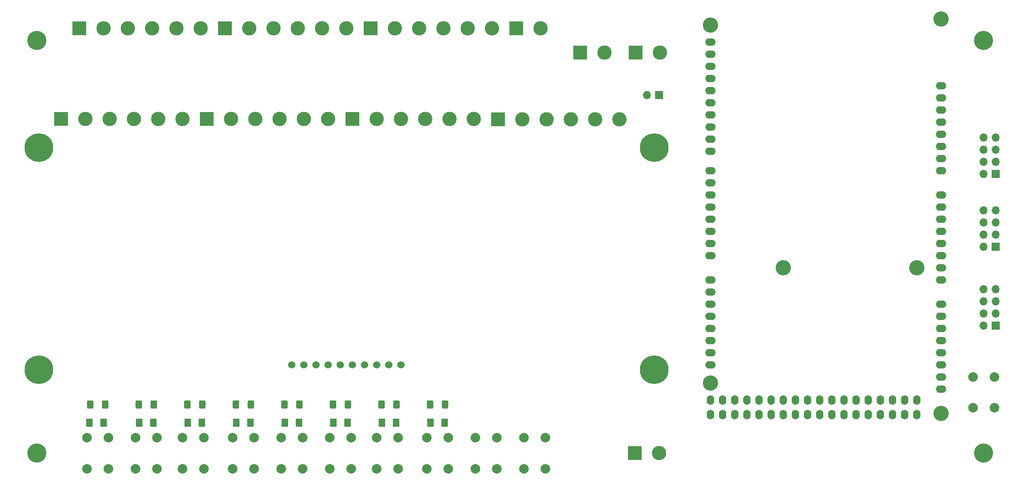
<source format=gts>
%TF.GenerationSoftware,KiCad,Pcbnew,(6.0.9)*%
%TF.CreationDate,2022-11-08T23:38:06-07:00*%
%TF.ProjectId,gnctr-wack-a-mole-pcb,676e6374-722d-4776-9163-6b2d612d6d6f,rev?*%
%TF.SameCoordinates,Original*%
%TF.FileFunction,Soldermask,Top*%
%TF.FilePolarity,Negative*%
%FSLAX46Y46*%
G04 Gerber Fmt 4.6, Leading zero omitted, Abs format (unit mm)*
G04 Created by KiCad (PCBNEW (6.0.9)) date 2022-11-08 23:38:06*
%MOMM*%
%LPD*%
G01*
G04 APERTURE LIST*
G04 Aperture macros list*
%AMRoundRect*
0 Rectangle with rounded corners*
0 $1 Rounding radius*
0 $2 $3 $4 $5 $6 $7 $8 $9 X,Y pos of 4 corners*
0 Add a 4 corners polygon primitive as box body*
4,1,4,$2,$3,$4,$5,$6,$7,$8,$9,$2,$3,0*
0 Add four circle primitives for the rounded corners*
1,1,$1+$1,$2,$3*
1,1,$1+$1,$4,$5*
1,1,$1+$1,$6,$7*
1,1,$1+$1,$8,$9*
0 Add four rect primitives between the rounded corners*
20,1,$1+$1,$2,$3,$4,$5,0*
20,1,$1+$1,$4,$5,$6,$7,0*
20,1,$1+$1,$6,$7,$8,$9,0*
20,1,$1+$1,$8,$9,$2,$3,0*%
G04 Aperture macros list end*
%ADD10C,2.000000*%
%ADD11R,3.000000X3.000000*%
%ADD12C,3.000000*%
%ADD13RoundRect,0.250001X-0.462499X-0.624999X0.462499X-0.624999X0.462499X0.624999X-0.462499X0.624999X0*%
%ADD14RoundRect,0.250000X-0.400000X-0.625000X0.400000X-0.625000X0.400000X0.625000X-0.400000X0.625000X0*%
%ADD15R,1.700000X1.700000*%
%ADD16O,1.700000X1.700000*%
%ADD17C,4.000000*%
%ADD18C,6.000000*%
%ADD19C,1.524000*%
%ADD20O,2.197100X1.524000*%
%ADD21O,1.536700X1.998980*%
%ADD22O,1.539240X1.998980*%
%ADD23O,2.199640X1.524000*%
%ADD24C,3.197860*%
G04 APERTURE END LIST*
D10*
%TO.C,SW11*%
X241590000Y-132790000D03*
X241590000Y-126290000D03*
X246090000Y-132790000D03*
X246090000Y-126290000D03*
%TD*%
D11*
%TO.C,J2*%
X54610000Y-53340000D03*
D12*
X59690000Y-53340000D03*
X64770000Y-53340000D03*
X69850000Y-53340000D03*
X74930000Y-53340000D03*
X80010000Y-53340000D03*
%TD*%
D10*
%TO.C,SW2*%
X66330000Y-139020000D03*
X66330000Y-145520000D03*
X70830000Y-139020000D03*
X70830000Y-145520000D03*
%TD*%
D13*
%TO.C,D3*%
X77252500Y-135890000D03*
X80227500Y-135890000D03*
%TD*%
D11*
%TO.C,J17*%
X50800000Y-72295000D03*
D12*
X55880000Y-72295000D03*
X60960000Y-72295000D03*
X66040000Y-72295000D03*
X71120000Y-72295000D03*
X76200000Y-72295000D03*
%TD*%
D14*
%TO.C,R2*%
X67030000Y-132080000D03*
X70130000Y-132080000D03*
%TD*%
%TO.C,R4*%
X87350000Y-132080000D03*
X90450000Y-132080000D03*
%TD*%
D10*
%TO.C,SW7*%
X116840000Y-145520000D03*
X116840000Y-139020000D03*
X121340000Y-145520000D03*
X121340000Y-139020000D03*
%TD*%
D15*
%TO.C,J8*%
X246380000Y-115570000D03*
D16*
X243840000Y-115570000D03*
X246380000Y-113030000D03*
X243840000Y-113030000D03*
X246380000Y-110490000D03*
X243840000Y-110490000D03*
X246380000Y-107950000D03*
X243840000Y-107950000D03*
%TD*%
D11*
%TO.C,J3*%
X142240000Y-72390000D03*
D12*
X147320000Y-72390000D03*
X152400000Y-72390000D03*
X157480000Y-72390000D03*
X162560000Y-72390000D03*
X167640000Y-72390000D03*
%TD*%
D14*
%TO.C,R8*%
X127990000Y-132080000D03*
X131090000Y-132080000D03*
%TD*%
%TO.C,R1*%
X56870000Y-132080000D03*
X59970000Y-132080000D03*
%TD*%
D10*
%TO.C,SW9*%
X137450000Y-145520000D03*
X137450000Y-139020000D03*
X141950000Y-145520000D03*
X141950000Y-139020000D03*
%TD*%
%TO.C,SW3*%
X76200000Y-145520000D03*
X76200000Y-139020000D03*
X80700000Y-139020000D03*
X80700000Y-145520000D03*
%TD*%
D11*
%TO.C,J4*%
X159385000Y-58420000D03*
D12*
X164465000Y-58420000D03*
%TD*%
D17*
%TO.C,H3*%
X243840000Y-55880000D03*
%TD*%
D14*
%TO.C,R7*%
X117830000Y-132080000D03*
X120930000Y-132080000D03*
%TD*%
D13*
%TO.C,D4*%
X87412500Y-135890000D03*
X90387500Y-135890000D03*
%TD*%
D17*
%TO.C,H1*%
X45720000Y-55880000D03*
%TD*%
D13*
%TO.C,D2*%
X67092500Y-135890000D03*
X70067500Y-135890000D03*
%TD*%
%TO.C,D6*%
X107732500Y-135890000D03*
X110707500Y-135890000D03*
%TD*%
D11*
%TO.C,J16*%
X81280000Y-72295000D03*
D12*
X86360000Y-72295000D03*
X91440000Y-72295000D03*
X96520000Y-72295000D03*
X101600000Y-72295000D03*
X106680000Y-72295000D03*
%TD*%
D11*
%TO.C,J9*%
X170985000Y-58450000D03*
D12*
X176065000Y-58450000D03*
%TD*%
D11*
%TO.C,J13*%
X146050000Y-53340000D03*
D12*
X151130000Y-53340000D03*
%TD*%
D10*
%TO.C,SW6*%
X106970000Y-145520000D03*
X106970000Y-139020000D03*
X111470000Y-145520000D03*
X111470000Y-139020000D03*
%TD*%
%TO.C,SW10*%
X147610000Y-139020000D03*
X147610000Y-145520000D03*
X152110000Y-145520000D03*
X152110000Y-139020000D03*
%TD*%
D14*
%TO.C,R5*%
X97510000Y-132080000D03*
X100610000Y-132080000D03*
%TD*%
D15*
%TO.C,JP1*%
X175895000Y-67310000D03*
D16*
X173355000Y-67310000D03*
%TD*%
D11*
%TO.C,J10*%
X170815000Y-142270000D03*
D12*
X175895000Y-142270000D03*
%TD*%
D10*
%TO.C,SW4*%
X86650000Y-139020000D03*
X86650000Y-145520000D03*
X91150000Y-145520000D03*
X91150000Y-139020000D03*
%TD*%
D14*
%TO.C,R3*%
X77190000Y-132080000D03*
X80290000Y-132080000D03*
%TD*%
D13*
%TO.C,D1*%
X56715000Y-135890000D03*
X59690000Y-135890000D03*
%TD*%
D11*
%TO.C,J14*%
X111760000Y-72295000D03*
D12*
X116840000Y-72295000D03*
X121920000Y-72295000D03*
X127000000Y-72295000D03*
X132080000Y-72295000D03*
X137160000Y-72295000D03*
%TD*%
D10*
%TO.C,SW5*%
X96810000Y-145520000D03*
X96810000Y-139020000D03*
X101310000Y-145520000D03*
X101310000Y-139020000D03*
%TD*%
D18*
%TO.C,U1*%
X46090000Y-78350000D03*
X174890000Y-124850000D03*
X174890000Y-78350000D03*
X46090000Y-124850000D03*
D19*
X99060000Y-123800000D03*
X101600000Y-123800000D03*
X104140000Y-123800000D03*
X106680000Y-123800000D03*
X109220000Y-123800000D03*
X111760000Y-123800000D03*
X114300000Y-123800000D03*
X116840000Y-123800000D03*
X119380000Y-123800000D03*
X121920000Y-123800000D03*
%TD*%
D17*
%TO.C,H2*%
X243840000Y-142240000D03*
%TD*%
D14*
%TO.C,R6*%
X107670000Y-132080000D03*
X110770000Y-132080000D03*
%TD*%
D13*
%TO.C,D7*%
X117892500Y-135890000D03*
X120867500Y-135890000D03*
%TD*%
%TO.C,D5*%
X97572500Y-135890000D03*
X100547500Y-135890000D03*
%TD*%
D15*
%TO.C,J6*%
X246380000Y-83820000D03*
D16*
X243840000Y-83820000D03*
X246380000Y-81280000D03*
X243840000Y-81280000D03*
X246380000Y-78740000D03*
X243840000Y-78740000D03*
X246380000Y-76200000D03*
X243840000Y-76200000D03*
%TD*%
D13*
%TO.C,D8*%
X128052500Y-135890000D03*
X131027500Y-135890000D03*
%TD*%
D11*
%TO.C,J11*%
X85090000Y-53340000D03*
D12*
X90170000Y-53340000D03*
X95250000Y-53340000D03*
X100330000Y-53340000D03*
X105410000Y-53340000D03*
X110490000Y-53340000D03*
%TD*%
D10*
%TO.C,SW8*%
X127290000Y-145520000D03*
X127290000Y-139020000D03*
X131790000Y-145520000D03*
X131790000Y-139020000D03*
%TD*%
D17*
%TO.C,H4*%
X45720000Y-142240000D03*
%TD*%
D15*
%TO.C,J7*%
X246380000Y-99060000D03*
D16*
X243840000Y-99060000D03*
X246380000Y-96520000D03*
X243840000Y-96520000D03*
X246380000Y-93980000D03*
X243840000Y-93980000D03*
X246380000Y-91440000D03*
X243840000Y-91440000D03*
%TD*%
D10*
%TO.C,SW1*%
X56170000Y-139020000D03*
X56170000Y-145520000D03*
X60670000Y-139020000D03*
X60670000Y-145520000D03*
%TD*%
D11*
%TO.C,J12*%
X115570000Y-53340000D03*
D12*
X120650000Y-53340000D03*
X125730000Y-53340000D03*
X130810000Y-53340000D03*
X135890000Y-53340000D03*
X140970000Y-53340000D03*
%TD*%
D20*
%TO.C,J1*%
X186690000Y-56261000D03*
X186690000Y-58801000D03*
X186690000Y-61341000D03*
X186690000Y-63881000D03*
X186690000Y-66421000D03*
X186690000Y-68961000D03*
X186690000Y-71501000D03*
X186690000Y-74041000D03*
X186690000Y-76581000D03*
X186690000Y-79121000D03*
X186690000Y-83185000D03*
X186690000Y-85725000D03*
X186690000Y-88265000D03*
X186690000Y-90805000D03*
X186690000Y-93345000D03*
X186690000Y-95885000D03*
X186690000Y-98425000D03*
X186690000Y-100965000D03*
X186690000Y-106045000D03*
X186690000Y-108585000D03*
X186690000Y-111125000D03*
X186690000Y-113665000D03*
X186690000Y-116205000D03*
X186690000Y-118745000D03*
X186690000Y-121285000D03*
X186690000Y-123825000D03*
D21*
X186690000Y-134231380D03*
X189230000Y-134231380D03*
X191770000Y-134231380D03*
X194310000Y-134231380D03*
X196850000Y-134231380D03*
X199390000Y-134231380D03*
X201930000Y-134231380D03*
X204470000Y-134231380D03*
X207010000Y-134231380D03*
X209550000Y-134231380D03*
X212090000Y-134231380D03*
X214630000Y-134231380D03*
X217170000Y-134231380D03*
X219710000Y-134231380D03*
X222250000Y-134231380D03*
X224790000Y-134231380D03*
X227330000Y-134231380D03*
X229870000Y-134231380D03*
D22*
X186690000Y-131196080D03*
X189230000Y-131196080D03*
X191770000Y-131196080D03*
X194310000Y-131196080D03*
X196850000Y-131196080D03*
X199390000Y-131196080D03*
X201930000Y-131196080D03*
X204470000Y-131196080D03*
X207010000Y-131196080D03*
X209550000Y-131196080D03*
X212090000Y-131196080D03*
X214630000Y-131196080D03*
X217170000Y-131196080D03*
X219710000Y-131196080D03*
X222250000Y-131196080D03*
X224790000Y-131196080D03*
X227330000Y-131196080D03*
X229870000Y-131196080D03*
D20*
X234950000Y-128905000D03*
X234950000Y-126365000D03*
X234950000Y-123825000D03*
X234950000Y-121285000D03*
X234950000Y-118745000D03*
D23*
X234950000Y-116205000D03*
X234950000Y-113665000D03*
X234950000Y-111125000D03*
X234950000Y-106045000D03*
X234950000Y-103505000D03*
X234950000Y-100965000D03*
X234950000Y-98425000D03*
X234950000Y-95885000D03*
X234950000Y-93345000D03*
X234950000Y-90805000D03*
X234950000Y-88265000D03*
X234950000Y-83185000D03*
X234950000Y-80645000D03*
X234950000Y-78105000D03*
X234950000Y-75565000D03*
X234950000Y-73025000D03*
X234950000Y-70485000D03*
X234950000Y-67945000D03*
X234950000Y-65405000D03*
D24*
X186690000Y-52705000D03*
X201930000Y-103505000D03*
X229870000Y-103505000D03*
X234950000Y-51435000D03*
X186690000Y-127635000D03*
X234950000Y-133985000D03*
%TD*%
M02*

</source>
